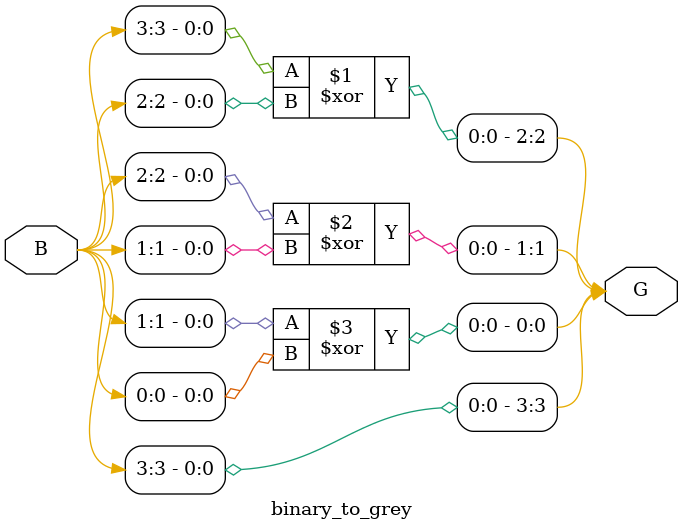
<source format=v>
`timescale 1ns / 1ps
module binary_to_grey(input [3:0]B,output [3:0]G);
assign G[3]=B[3];
assign G[2]=B[3]^B[2];
assign G[1]=B[2]^B[1];
assign G[0]=B[1]^B[0];
endmodule
</source>
